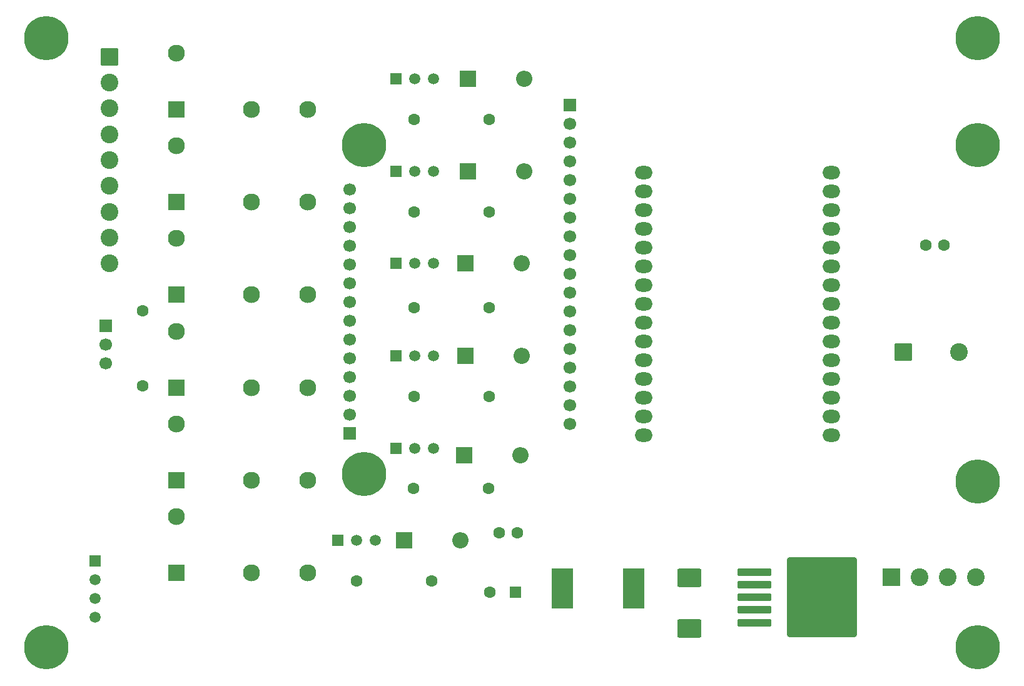
<source format=gbr>
%TF.GenerationSoftware,KiCad,Pcbnew,9.0.6-9.0.6~ubuntu22.04.1*%
%TF.CreationDate,2025-11-15T10:49:45-06:00*%
%TF.ProjectId,ESP32-Simple-Thermostat-PCB,45535033-322d-4536-996d-706c652d5468,rev?*%
%TF.SameCoordinates,Original*%
%TF.FileFunction,Soldermask,Top*%
%TF.FilePolarity,Negative*%
%FSLAX46Y46*%
G04 Gerber Fmt 4.6, Leading zero omitted, Abs format (unit mm)*
G04 Created by KiCad (PCBNEW 9.0.6-9.0.6~ubuntu22.04.1) date 2025-11-15 10:49:45*
%MOMM*%
%LPD*%
G01*
G04 APERTURE LIST*
G04 Aperture macros list*
%AMRoundRect*
0 Rectangle with rounded corners*
0 $1 Rounding radius*
0 $2 $3 $4 $5 $6 $7 $8 $9 X,Y pos of 4 corners*
0 Add a 4 corners polygon primitive as box body*
4,1,4,$2,$3,$4,$5,$6,$7,$8,$9,$2,$3,0*
0 Add four circle primitives for the rounded corners*
1,1,$1+$1,$2,$3*
1,1,$1+$1,$4,$5*
1,1,$1+$1,$6,$7*
1,1,$1+$1,$8,$9*
0 Add four rect primitives between the rounded corners*
20,1,$1+$1,$2,$3,$4,$5,0*
20,1,$1+$1,$4,$5,$6,$7,0*
20,1,$1+$1,$6,$7,$8,$9,0*
20,1,$1+$1,$8,$9,$2,$3,0*%
G04 Aperture macros list end*
%ADD10C,6.000000*%
%ADD11R,2.300000X2.300000*%
%ADD12C,2.300000*%
%ADD13R,1.500000X1.500000*%
%ADD14C,1.500000*%
%ADD15RoundRect,0.250001X-0.949999X0.949999X-0.949999X-0.949999X0.949999X-0.949999X0.949999X0.949999X0*%
%ADD16C,2.400000*%
%ADD17R,2.200000X2.200000*%
%ADD18O,2.200000X2.200000*%
%ADD19R,1.700000X1.700000*%
%ADD20C,1.700000*%
%ADD21C,1.600000*%
%ADD22O,2.400000X1.800000*%
%ADD23RoundRect,0.250000X0.550000X0.550000X-0.550000X0.550000X-0.550000X-0.550000X0.550000X-0.550000X0*%
%ADD24R,2.400000X2.400000*%
%ADD25RoundRect,0.250000X-2.050000X-0.300000X2.050000X-0.300000X2.050000X0.300000X-2.050000X0.300000X0*%
%ADD26RoundRect,0.250002X-4.449998X-5.149998X4.449998X-5.149998X4.449998X5.149998X-4.449998X5.149998X0*%
%ADD27RoundRect,0.250000X1.400000X1.000000X-1.400000X1.000000X-1.400000X-1.000000X1.400000X-1.000000X0*%
%ADD28R,2.900000X5.400000*%
%ADD29RoundRect,0.250001X-0.949999X-0.949999X0.949999X-0.949999X0.949999X0.949999X-0.949999X0.949999X0*%
G04 APERTURE END LIST*
D10*
%TO.C,H3*%
X151000000Y-114000000D03*
%TD*%
D11*
%TO.C,K1*%
X42600000Y-41140000D03*
D12*
X52760000Y-41140000D03*
X60380000Y-41140000D03*
X42600000Y-33520000D03*
%TD*%
D13*
%TO.C,U3*%
X31597500Y-102287500D03*
D14*
X31597500Y-104827500D03*
X31597500Y-107367500D03*
X31597500Y-109907500D03*
%TD*%
D13*
%TO.C,Q3*%
X72270000Y-62000000D03*
D14*
X74810000Y-62000000D03*
X77350000Y-62000000D03*
%TD*%
D11*
%TO.C,K6*%
X42600000Y-103890000D03*
D12*
X52760000Y-103890000D03*
X60380000Y-103890000D03*
X42600000Y-96270000D03*
%TD*%
D15*
%TO.C,J2*%
X33500000Y-34000000D03*
D16*
X33500000Y-37500000D03*
X33500000Y-41000000D03*
X33500000Y-44500000D03*
X33500000Y-48000000D03*
X33500000Y-51500000D03*
X33500000Y-55000000D03*
X33500000Y-58500000D03*
X33500000Y-62000000D03*
%TD*%
D10*
%TO.C,H7*%
X151000000Y-46000000D03*
%TD*%
D17*
%TO.C,D4*%
X81690000Y-74500000D03*
D18*
X89310000Y-74500000D03*
%TD*%
D10*
%TO.C,H8*%
X151000000Y-91500000D03*
%TD*%
D19*
%TO.C,J1*%
X95810000Y-40560000D03*
D20*
X95810000Y-43100000D03*
X95810000Y-45640000D03*
X95810000Y-48180000D03*
X95810000Y-50720000D03*
X95810000Y-53260000D03*
X95810000Y-55800000D03*
X95810000Y-58340000D03*
X95810000Y-60880000D03*
X95810000Y-63420000D03*
X95810000Y-65960000D03*
X95810000Y-68500000D03*
X95810000Y-71040000D03*
X95810000Y-73580000D03*
X95810000Y-76120000D03*
X95810000Y-78660000D03*
X95810000Y-81200000D03*
X95810000Y-83740000D03*
%TD*%
D10*
%TO.C,H2*%
X25000000Y-114000000D03*
%TD*%
D21*
%TO.C,C6*%
X146500000Y-59500000D03*
X144000000Y-59500000D03*
%TD*%
%TO.C,R7*%
X38000000Y-68420000D03*
X38000000Y-78580000D03*
%TD*%
D13*
%TO.C,Q4*%
X72270000Y-74500000D03*
D14*
X74810000Y-74500000D03*
X77350000Y-74500000D03*
%TD*%
D17*
%TO.C,D3*%
X81690000Y-62000000D03*
D18*
X89310000Y-62000000D03*
%TD*%
D17*
%TO.C,D2*%
X82000000Y-49500000D03*
D18*
X89620000Y-49500000D03*
%TD*%
D13*
%TO.C,Q5*%
X72310000Y-87000000D03*
D14*
X74850000Y-87000000D03*
X77390000Y-87000000D03*
%TD*%
D11*
%TO.C,K5*%
X42600000Y-91340000D03*
D12*
X52760000Y-91340000D03*
X60380000Y-91340000D03*
X42600000Y-83720000D03*
%TD*%
D10*
%TO.C,H5*%
X68000000Y-46000000D03*
%TD*%
D21*
%TO.C,R1*%
X74730000Y-42500000D03*
X84890000Y-42500000D03*
%TD*%
D22*
%TO.C,A1*%
X131250600Y-85245000D03*
X131250600Y-82705000D03*
X131250600Y-80165000D03*
X131250600Y-77625000D03*
X131250600Y-75085000D03*
X131250600Y-72545000D03*
X131250600Y-70005000D03*
X131250600Y-67465000D03*
X131250600Y-64925000D03*
X131250600Y-62385000D03*
X131250600Y-59845000D03*
X131250600Y-57305000D03*
X131250600Y-54765000D03*
X131250600Y-52225000D03*
X131250600Y-49685000D03*
X105850600Y-49685000D03*
X105850600Y-52225000D03*
X105850600Y-54765000D03*
X105850600Y-57305000D03*
X105850600Y-59845000D03*
X105850600Y-62385000D03*
X105850600Y-64925000D03*
X105850600Y-67465000D03*
X105850600Y-70005000D03*
X105850600Y-72545000D03*
X105850600Y-75085000D03*
X105850600Y-77625000D03*
X105850600Y-80165000D03*
X105850600Y-82705000D03*
X105850600Y-85245000D03*
%TD*%
D17*
%TO.C,D5*%
X81500000Y-88000000D03*
D18*
X89120000Y-88000000D03*
%TD*%
D11*
%TO.C,K2*%
X42600000Y-53690000D03*
D12*
X52760000Y-53690000D03*
X60380000Y-53690000D03*
X42600000Y-46070000D03*
%TD*%
D21*
%TO.C,R6*%
X66920000Y-105000000D03*
X77080000Y-105000000D03*
%TD*%
D10*
%TO.C,H1*%
X25000000Y-31500000D03*
%TD*%
D21*
%TO.C,R5*%
X74650000Y-92500000D03*
X84810000Y-92500000D03*
%TD*%
%TO.C,R3*%
X74730000Y-68000000D03*
X84890000Y-68000000D03*
%TD*%
D23*
%TO.C,C8*%
X88500000Y-106500000D03*
D21*
X85000000Y-106500000D03*
%TD*%
D24*
%TO.C,D7*%
X139380000Y-104500000D03*
D16*
X143190000Y-104500000D03*
X147000000Y-104500000D03*
X150810000Y-104500000D03*
%TD*%
D25*
%TO.C,U2*%
X120775000Y-103825000D03*
X120775000Y-105525000D03*
X120775000Y-107225000D03*
D26*
X129925000Y-107225000D03*
D25*
X120775000Y-108925000D03*
X120775000Y-110625000D03*
%TD*%
D13*
%TO.C,Q1*%
X72270000Y-37000000D03*
D14*
X74810000Y-37000000D03*
X77350000Y-37000000D03*
%TD*%
D17*
%TO.C,D1*%
X82000000Y-37000000D03*
D18*
X89620000Y-37000000D03*
%TD*%
D13*
%TO.C,Q6*%
X64460000Y-99500000D03*
D14*
X67000000Y-99500000D03*
X69540000Y-99500000D03*
%TD*%
D19*
%TO.C,J3*%
X33000000Y-70420000D03*
D20*
X33000000Y-72960000D03*
X33000000Y-75500000D03*
%TD*%
D17*
%TO.C,D6*%
X73380000Y-99500000D03*
D18*
X81000000Y-99500000D03*
%TD*%
D21*
%TO.C,R2*%
X74730000Y-55000000D03*
X84890000Y-55000000D03*
%TD*%
D10*
%TO.C,H6*%
X68000000Y-90500000D03*
%TD*%
D11*
%TO.C,K4*%
X42600000Y-78790000D03*
D12*
X52760000Y-78790000D03*
X60380000Y-78790000D03*
X42600000Y-71170000D03*
%TD*%
D11*
%TO.C,K3*%
X42600000Y-66240000D03*
D12*
X52760000Y-66240000D03*
X60380000Y-66240000D03*
X42600000Y-58620000D03*
%TD*%
D21*
%TO.C,C9*%
X88750000Y-98500000D03*
X86250000Y-98500000D03*
%TD*%
D13*
%TO.C,Q2*%
X72270000Y-49500000D03*
D14*
X74810000Y-49500000D03*
X77350000Y-49500000D03*
%TD*%
D27*
%TO.C,D8*%
X112000000Y-111400000D03*
X112000000Y-104600000D03*
%TD*%
D10*
%TO.C,H4*%
X151000000Y-31500000D03*
%TD*%
D21*
%TO.C,R4*%
X74730000Y-80000000D03*
X84890000Y-80000000D03*
%TD*%
D28*
%TO.C,L1*%
X94800000Y-106000000D03*
X104500000Y-106000000D03*
%TD*%
D29*
%TO.C,C5*%
X140987200Y-74000000D03*
D16*
X148487200Y-74000000D03*
%TD*%
D19*
%TO.C,J4*%
X66000000Y-85040000D03*
D20*
X66000000Y-82500000D03*
X66000000Y-79960000D03*
X66000000Y-77420000D03*
X66000000Y-74880000D03*
X66000000Y-72340000D03*
X66000000Y-69800000D03*
X66000000Y-67260000D03*
X66000000Y-64720000D03*
X66000000Y-62180000D03*
X66000000Y-59640000D03*
X66000000Y-57100000D03*
X66000000Y-54560000D03*
X66000000Y-52020000D03*
%TD*%
M02*

</source>
